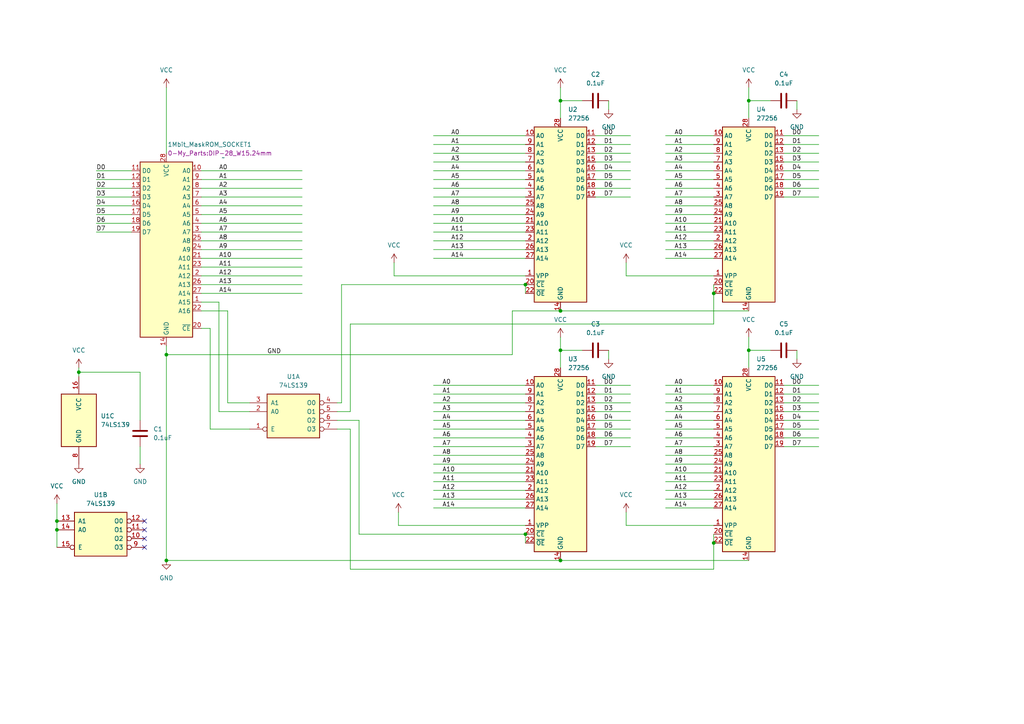
<source format=kicad_sch>
(kicad_sch (version 20230121) (generator eeschema)
  (paper "A4")
  (title_block (title "FS-A1 ROM patch") (rev "1"))
  (lib_symbols
    (symbol "74xx:74LS139" (pin_names (offset 1.016))
      (property "Reference" "U" (at -7.62 8.89 0))
      (property "Value" "74LS139" (at -7.62 -8.89 0))
      (symbol "74LS139_1_0"
        (pin input inverted (at -12.7 -5.08 0) (length 5.08) (name "E") (number "1"))
        (pin input line (at -12.7 0 0) (length 5.08) (name "A0") (number "2"))
        (pin input line (at -12.7 2.54 0) (length 5.08) (name "A1") (number "3"))
        (pin output inverted (at 12.7 2.54 180) (length 5.08) (name "O0") (number "4"))
        (pin output inverted (at 12.7 0 180) (length 5.08) (name "O1") (number "5"))
        (pin output inverted (at 12.7 -2.54 180) (length 5.08) (name "O2") (number "6"))
        (pin output inverted (at 12.7 -5.08 180) (length 5.08) (name "O3") (number "7"))
      )
      (symbol "74LS139_1_1"
        (rectangle (start -7.62 5.08) (end 7.62 -7.62) (stroke (width 0.254)) (fill (type background)))
      )
      (symbol "74LS139_2_0"
        (pin output inverted (at 12.7 -2.54 180) (length 5.08) (name "O2") (number "10"))
        (pin output inverted (at 12.7 0 180) (length 5.08) (name "O1") (number "11"))
        (pin output inverted (at 12.7 2.54 180) (length 5.08) (name "O0") (number "12"))
        (pin input line (at -12.7 2.54 0) (length 5.08) (name "A1") (number "13"))
        (pin input line (at -12.7 0 0) (length 5.08) (name "A0") (number "14"))
        (pin input inverted (at -12.7 -5.08 0) (length 5.08) (name "E") (number "15"))
        (pin output inverted (at 12.7 -5.08 180) (length 5.08) (name "O3") (number "9"))
      )
      (symbol "74LS139_2_1"
        (rectangle (start -7.62 5.08) (end 7.62 -7.62) (stroke (width 0.254)) (fill (type background)))
      )
      (symbol "74LS139_3_0"
        (pin power_in line (at 0 12.7 270) (length 5.08) (name "VCC") (number "16"))
        (pin power_in line (at 0 -12.7 90) (length 5.08) (name "GND") (number "8"))
      )
      (symbol "74LS139_3_1"
        (rectangle (start -5.08 7.62) (end 5.08 -7.62) (stroke (width 0.254)) (fill (type background)))
      )
    )
    (symbol "Device:C" (pin_numbers hide) (pin_names (offset 0.254))
      (property "Reference" "C" (at 0.635 2.54 0))
      (property "Value" "C" (at 0.635 -2.54 0))
      (symbol "C_0_1"
        (polyline (pts (xy -2.032 -0.762) (xy 2.032 -0.762)) (stroke (width 0.508)))
        (polyline (pts (xy -2.032 0.762) (xy 2.032 0.762)) (stroke (width 0.508)))
      )
      (symbol "C_1_1"
        (pin passive line (at 0 3.81 270) (length 2.794) (name "~") (number "1"))
        (pin passive line (at 0 -3.81 90) (length 2.794) (name "~") (number "2"))
      )
    )
    (symbol "Memory_EPROM:27256"
      (property "Reference" "U" (at -7.62 26.67 0))
      (property "Value" "27256" (at 2.54 -26.67 0))
      (symbol "27256_1_1"
        (rectangle (start -7.62 25.4) (end 7.62 -25.4) (stroke (width 0.254)) (fill (type background)))
        (pin input line (at -10.16 -17.78 0) (length 2.54) (name "VPP") (number "1"))
        (pin input line (at -10.16 22.86 0) (length 2.54) (name "A0") (number "10"))
        (pin tri_state line (at 10.16 22.86 180) (length 2.54) (name "D0") (number "11"))
        (pin tri_state line (at 10.16 20.32 180) (length 2.54) (name "D1") (number "12"))
        (pin tri_state line (at 10.16 17.78 180) (length 2.54) (name "D2") (number "13"))
        (pin power_in line (at 0 -27.94 90) (length 2.54) (name "GND") (number "14"))
        (pin tri_state line (at 10.16 15.24 180) (length 2.54) (name "D3") (number "15"))
        (pin tri_state line (at 10.16 12.7 180) (length 2.54) (name "D4") (number "16"))
        (pin tri_state line (at 10.16 10.16 180) (length 2.54) (name "D5") (number "17"))
        (pin tri_state line (at 10.16 7.62 180) (length 2.54) (name "D6") (number "18"))
        (pin tri_state line (at 10.16 5.08 180) (length 2.54) (name "D7") (number "19"))
        (pin input line (at -10.16 -7.62 0) (length 2.54) (name "A12") (number "2"))
        (pin input line (at -10.16 -20.32 0) (length 2.54) (name "~{CE}") (number "20"))
        (pin input line (at -10.16 -2.54 0) (length 2.54) (name "A10") (number "21"))
        (pin input line (at -10.16 -22.86 0) (length 2.54) (name "~{OE}") (number "22"))
        (pin input line (at -10.16 -5.08 0) (length 2.54) (name "A11") (number "23"))
        (pin input line (at -10.16 0 0) (length 2.54) (name "A9") (number "24"))
        (pin input line (at -10.16 2.54 0) (length 2.54) (name "A8") (number "25"))
        (pin input line (at -10.16 -10.16 0) (length 2.54) (name "A13") (number "26"))
        (pin input line (at -10.16 -12.7 0) (length 2.54) (name "A14") (number "27"))
        (pin power_in line (at 0 27.94 270) (length 2.54) (name "VCC") (number "28"))
        (pin input line (at -10.16 5.08 0) (length 2.54) (name "A7") (number "3"))
        (pin input line (at -10.16 7.62 0) (length 2.54) (name "A6") (number "4"))
        (pin input line (at -10.16 10.16 0) (length 2.54) (name "A5") (number "5"))
        (pin input line (at -10.16 12.7 0) (length 2.54) (name "A4") (number "6"))
        (pin input line (at -10.16 15.24 0) (length 2.54) (name "A3") (number "7"))
        (pin input line (at -10.16 17.78 0) (length 2.54) (name "A2") (number "8"))
        (pin input line (at -10.16 20.32 0) (length 2.54) (name "A1") (number "9"))
      )
    )
    (symbol "My_Symbols:MaskROM_1Mbit_socket"
      (property "Reference" "1Mbit_MaskROM_SOCKET" (at 0 0 90))
      (property "Footprint" "0-My_Parts:DIP-28_W15.24mm" (at -16.51 24.13 0))
      (symbol "MaskROM_1Mbit_socket_1_1"
        (rectangle (start -7.62 22.86) (end 7.62 -27.94) (stroke (width 0.254)) (fill (type background)))
        (pin output line (at -10.16 -17.78 0) (length 2.54) (name "A15") (number "1"))
        (pin output line (at -10.16 20.32 0) (length 2.54) (name "A0") (number "10"))
        (pin tri_state line (at 10.16 20.32 180) (length 2.54) (name "D0") (number "11"))
        (pin tri_state line (at 10.16 17.78 180) (length 2.54) (name "D1") (number "12"))
        (pin tri_state line (at 10.16 15.24 180) (length 2.54) (name "D2") (number "13"))
        (pin power_out line (at 0 -30.48 90) (length 2.54) (name "GND") (number "14"))
        (pin tri_state line (at 10.16 12.7 180) (length 2.54) (name "D3") (number "15"))
        (pin tri_state line (at 10.16 10.16 180) (length 2.54) (name "D4") (number "16"))
        (pin tri_state line (at 10.16 7.62 180) (length 2.54) (name "D5") (number "17"))
        (pin tri_state line (at 10.16 5.08 180) (length 2.54) (name "D6") (number "18"))
        (pin tri_state line (at 10.16 2.54 180) (length 2.54) (name "D7") (number "19"))
        (pin output line (at -10.16 -10.16 0) (length 2.54) (name "A12") (number "2"))
        (pin output line (at -10.16 -25.4 0) (length 2.54) (name "~{CE}") (number "20"))
        (pin output line (at -10.16 -5.08 0) (length 2.54) (name "A10") (number "21"))
        (pin output line (at -10.16 -20.32 0) (length 2.54) (name "A16") (number "22"))
        (pin output line (at -10.16 -7.62 0) (length 2.54) (name "A11") (number "23"))
        (pin output line (at -10.16 -2.54 0) (length 2.54) (name "A9") (number "24"))
        (pin output line (at -10.16 0 0) (length 2.54) (name "A8") (number "25"))
        (pin output line (at -10.16 -12.7 0) (length 2.54) (name "A13") (number "26"))
        (pin output line (at -10.16 -15.24 0) (length 2.54) (name "A14") (number "27"))
        (pin power_out line (at 0 25.4 270) (length 2.54) (name "VCC") (number "28"))
        (pin output line (at -10.16 2.54 0) (length 2.54) (name "A7") (number "3"))
        (pin output line (at -10.16 5.08 0) (length 2.54) (name "A6") (number "4"))
        (pin output line (at -10.16 7.62 0) (length 2.54) (name "A5") (number "5"))
        (pin output line (at -10.16 10.16 0) (length 2.54) (name "A4") (number "6"))
        (pin output line (at -10.16 12.7 0) (length 2.54) (name "A3") (number "7"))
        (pin output line (at -10.16 15.24 0) (length 2.54) (name "A2") (number "8"))
        (pin output line (at -10.16 17.78 0) (length 2.54) (name "A1") (number "9"))
      )
    )
    (symbol "power:GND" (power) (pin_names (offset 0))
      (property "Value" "GND" (at 0 -3.81 0))
      (symbol "GND_0_1"
        (polyline (pts (xy 0 0) (xy 0 -1.27) (xy 1.27 -1.27) (xy 0 -2.54) (xy -1.27 -1.27) (xy 0 -1.27)))
      )
      (symbol "GND_1_1"
        (pin power_in line (at 0 0 270) (length 0) hide (name "GND") (number "1"))
      )
    )
    (symbol "power:VCC" (power) (pin_names (offset 0))
      (property "Value" "VCC" (at 0 3.81 0))
      (symbol "VCC_0_1"
        (polyline (pts (xy -0.762 1.27) (xy 0 2.54)))
        (polyline (pts (xy 0 0) (xy 0 2.54)))
        (polyline (pts (xy 0 2.54) (xy 0.762 1.27)))
      )
      (symbol "VCC_1_1"
        (pin power_in line (at 0 0 90) (length 0) hide (name "VCC") (number "1"))
      )
    )
  )
  (junction (at 162.56 162.56))
  (junction (at 162.56 29.21))
  (junction (at 152.4 82.55))
  (junction (at 48.26 162.56))
  (junction (at 162.56 101.6))
  (junction (at 162.56 90.17))
  (junction (at 217.17 29.21))
  (junction (at 22.86 107.95))
  (junction (at 207.01 157.48))
  (junction (at 207.01 85.09))
  (junction (at 16.51 153.67))
  (junction (at 152.4 154.94))
  (junction (at 217.17 101.6))
  (junction (at 16.51 151.13))
  (junction (at 48.26 102.87))
  (no_connect (at 41.91 151.13))
  (no_connect (at 41.91 158.75))
  (no_connect (at 41.91 156.21))
  (no_connect (at 41.91 153.67))
  (wire (pts (xy 193.04 72.39) (xy 207.01 72.39)))
  (wire (pts (xy 125.73 57.15) (xy 152.4 57.15)))
  (wire (pts (xy 237.49 52.07) (xy 227.33 52.07)))
  (wire (pts (xy 97.79 121.92) (xy 104.14 121.92)))
  (wire (pts (xy 58.42 52.07) (xy 87.63 52.07)))
  (wire (pts (xy 58.42 77.47) (xy 87.63 77.47)))
  (wire (pts (xy 125.73 69.85) (xy 152.4 69.85)))
  (wire (pts (xy 58.42 59.69) (xy 87.63 59.69)))
  (wire (pts (xy 237.49 54.61) (xy 227.33 54.61)))
  (wire (pts (xy 40.64 129.54) (xy 40.64 134.62)))
  (wire (pts (xy 27.94 57.15) (xy 38.1 57.15)))
  (wire (pts (xy 193.04 62.23) (xy 207.01 62.23)))
  (wire (pts (xy 182.88 119.38) (xy 172.72 119.38)))
  (wire (pts (xy 125.73 74.93) (xy 152.4 74.93)))
  (wire (pts (xy 125.73 139.7) (xy 152.4 139.7)))
  (wire (pts (xy 101.6 124.46) (xy 101.6 165.1)))
  (wire (pts (xy 193.04 52.07) (xy 207.01 52.07)))
  (wire (pts (xy 193.04 46.99) (xy 207.01 46.99)))
  (wire (pts (xy 27.94 52.07) (xy 38.1 52.07)))
  (wire (pts (xy 27.94 64.77) (xy 38.1 64.77)))
  (wire (pts (xy 176.53 101.6) (xy 176.53 104.14)))
  (wire (pts (xy 193.04 67.31) (xy 207.01 67.31)))
  (wire (pts (xy 182.88 44.45) (xy 172.72 44.45)))
  (wire (pts (xy 162.56 29.21) (xy 162.56 34.29)))
  (wire (pts (xy 207.01 93.98) (xy 207.01 85.09)))
  (wire (pts (xy 237.49 119.38) (xy 227.33 119.38)))
  (wire (pts (xy 237.49 57.15) (xy 227.33 57.15)))
  (wire (pts (xy 125.73 116.84) (xy 152.4 116.84)))
  (wire (pts (xy 193.04 124.46) (xy 207.01 124.46)))
  (wire (pts (xy 193.04 69.85) (xy 207.01 69.85)))
  (wire (pts (xy 125.73 119.38) (xy 152.4 119.38)))
  (wire (pts (xy 58.42 80.01) (xy 87.63 80.01)))
  (wire (pts (xy 125.73 144.78) (xy 152.4 144.78)))
  (wire (pts (xy 193.04 142.24) (xy 207.01 142.24)))
  (wire (pts (xy 152.4 82.55) (xy 152.4 85.09)))
  (wire (pts (xy 193.04 57.15) (xy 207.01 57.15)))
  (wire (pts (xy 193.04 119.38) (xy 207.01 119.38)))
  (wire (pts (xy 162.56 101.6) (xy 168.91 101.6)))
  (wire (pts (xy 148.59 90.17) (xy 162.56 90.17)))
  (wire (pts (xy 60.96 124.46) (xy 72.39 124.46)))
  (wire (pts (xy 58.42 90.17) (xy 66.04 90.17)))
  (wire (pts (xy 193.04 116.84) (xy 207.01 116.84)))
  (wire (pts (xy 115.57 152.4) (xy 152.4 152.4)))
  (wire (pts (xy 182.88 121.92) (xy 172.72 121.92)))
  (wire (pts (xy 152.4 154.94) (xy 152.4 157.48)))
  (wire (pts (xy 48.26 100.33) (xy 48.26 102.87)))
  (wire (pts (xy 227.33 111.76) (xy 237.49 111.76)))
  (wire (pts (xy 237.49 129.54) (xy 227.33 129.54)))
  (wire (pts (xy 66.04 90.17) (xy 66.04 116.84)))
  (wire (pts (xy 99.06 82.55) (xy 152.4 82.55)))
  (wire (pts (xy 48.26 25.4) (xy 48.26 44.45)))
  (wire (pts (xy 125.73 39.37) (xy 152.4 39.37)))
  (wire (pts (xy 162.56 29.21) (xy 168.91 29.21)))
  (wire (pts (xy 125.73 147.32) (xy 152.4 147.32)))
  (wire (pts (xy 22.86 107.95) (xy 22.86 109.22)))
  (wire (pts (xy 207.01 154.94) (xy 207.01 157.48)))
  (wire (pts (xy 125.73 111.76) (xy 152.4 111.76)))
  (wire (pts (xy 237.49 127) (xy 227.33 127)))
  (wire (pts (xy 27.94 62.23) (xy 38.1 62.23)))
  (wire (pts (xy 58.42 82.55) (xy 87.63 82.55)))
  (wire (pts (xy 182.88 57.15) (xy 172.72 57.15)))
  (wire (pts (xy 193.04 111.76) (xy 207.01 111.76)))
  (wire (pts (xy 182.88 49.53) (xy 172.72 49.53)))
  (wire (pts (xy 193.04 147.32) (xy 207.01 147.32)))
  (wire (pts (xy 181.61 76.2) (xy 181.61 80.01)))
  (wire (pts (xy 162.56 97.79) (xy 162.56 101.6)))
  (wire (pts (xy 162.56 101.6) (xy 162.56 106.68)))
  (wire (pts (xy 63.5 87.63) (xy 63.5 119.38)))
  (wire (pts (xy 217.17 97.79) (xy 217.17 101.6)))
  (wire (pts (xy 97.79 119.38) (xy 101.6 119.38)))
  (wire (pts (xy 101.6 93.98) (xy 207.01 93.98)))
  (wire (pts (xy 217.17 29.21) (xy 217.17 34.29)))
  (wire (pts (xy 193.04 127) (xy 207.01 127)))
  (wire (pts (xy 125.73 72.39) (xy 152.4 72.39)))
  (wire (pts (xy 193.04 114.3) (xy 207.01 114.3)))
  (wire (pts (xy 58.42 57.15) (xy 87.63 57.15)))
  (wire (pts (xy 40.64 107.95) (xy 40.64 121.92)))
  (wire (pts (xy 58.42 85.09) (xy 87.63 85.09)))
  (wire (pts (xy 182.88 129.54) (xy 172.72 129.54)))
  (wire (pts (xy 58.42 67.31) (xy 87.63 67.31)))
  (wire (pts (xy 217.17 29.21) (xy 223.52 29.21)))
  (wire (pts (xy 182.88 127) (xy 172.72 127)))
  (wire (pts (xy 58.42 62.23) (xy 87.63 62.23)))
  (wire (pts (xy 104.14 121.92) (xy 104.14 154.94)))
  (wire (pts (xy 125.73 132.08) (xy 152.4 132.08)))
  (wire (pts (xy 182.88 41.91) (xy 172.72 41.91)))
  (wire (pts (xy 182.88 124.46) (xy 172.72 124.46)))
  (wire (pts (xy 162.56 90.17) (xy 217.17 90.17)))
  (wire (pts (xy 207.01 157.48) (xy 207.01 165.1)))
  (wire (pts (xy 125.73 54.61) (xy 152.4 54.61)))
  (wire (pts (xy 99.06 116.84) (xy 97.79 116.84)))
  (wire (pts (xy 193.04 41.91) (xy 207.01 41.91)))
  (wire (pts (xy 193.04 49.53) (xy 207.01 49.53)))
  (wire (pts (xy 58.42 74.93) (xy 87.63 74.93)))
  (wire (pts (xy 193.04 59.69) (xy 207.01 59.69)))
  (wire (pts (xy 101.6 119.38) (xy 101.6 93.98)))
  (wire (pts (xy 125.73 64.77) (xy 152.4 64.77)))
  (wire (pts (xy 22.86 107.95) (xy 40.64 107.95)))
  (wire (pts (xy 125.73 124.46) (xy 152.4 124.46)))
  (wire (pts (xy 101.6 165.1) (xy 207.01 165.1)))
  (wire (pts (xy 182.88 46.99) (xy 172.72 46.99)))
  (wire (pts (xy 237.49 114.3) (xy 227.33 114.3)))
  (wire (pts (xy 193.04 144.78) (xy 207.01 144.78)))
  (wire (pts (xy 162.56 25.4) (xy 162.56 29.21)))
  (wire (pts (xy 125.73 62.23) (xy 152.4 62.23)))
  (wire (pts (xy 115.57 148.59) (xy 115.57 152.4)))
  (wire (pts (xy 217.17 25.4) (xy 217.17 29.21)))
  (wire (pts (xy 193.04 54.61) (xy 207.01 54.61)))
  (wire (pts (xy 182.88 114.3) (xy 172.72 114.3)))
  (wire (pts (xy 125.73 59.69) (xy 152.4 59.69)))
  (wire (pts (xy 58.42 72.39) (xy 87.63 72.39)))
  (wire (pts (xy 27.94 59.69) (xy 38.1 59.69)))
  (wire (pts (xy 193.04 44.45) (xy 207.01 44.45)))
  (wire (pts (xy 193.04 137.16) (xy 207.01 137.16)))
  (wire (pts (xy 58.42 87.63) (xy 63.5 87.63)))
  (wire (pts (xy 125.73 142.24) (xy 152.4 142.24)))
  (wire (pts (xy 162.56 162.56) (xy 217.17 162.56)))
  (wire (pts (xy 125.73 67.31) (xy 152.4 67.31)))
  (wire (pts (xy 176.53 29.21) (xy 176.53 31.75)))
  (wire (pts (xy 60.96 95.25) (xy 60.96 124.46)))
  (wire (pts (xy 182.88 116.84) (xy 172.72 116.84)))
  (wire (pts (xy 237.49 39.37) (xy 227.33 39.37)))
  (wire (pts (xy 217.17 101.6) (xy 217.17 106.68)))
  (wire (pts (xy 125.73 134.62) (xy 152.4 134.62)))
  (wire (pts (xy 27.94 54.61) (xy 38.1 54.61)))
  (wire (pts (xy 22.86 106.68) (xy 22.86 107.95)))
  (wire (pts (xy 237.49 46.99) (xy 227.33 46.99)))
  (wire (pts (xy 193.04 132.08) (xy 207.01 132.08)))
  (wire (pts (xy 193.04 74.93) (xy 207.01 74.93)))
  (wire (pts (xy 99.06 82.55) (xy 99.06 116.84)))
  (wire (pts (xy 148.59 102.87) (xy 148.59 90.17)))
  (wire (pts (xy 193.04 134.62) (xy 207.01 134.62)))
  (wire (pts (xy 125.73 127) (xy 152.4 127)))
  (wire (pts (xy 58.42 54.61) (xy 87.63 54.61)))
  (wire (pts (xy 193.04 129.54) (xy 207.01 129.54)))
  (wire (pts (xy 66.04 116.84) (xy 72.39 116.84)))
  (wire (pts (xy 27.94 49.53) (xy 38.1 49.53)))
  (wire (pts (xy 182.88 39.37) (xy 172.72 39.37)))
  (wire (pts (xy 193.04 39.37) (xy 207.01 39.37)))
  (wire (pts (xy 125.73 49.53) (xy 152.4 49.53)))
  (wire (pts (xy 207.01 82.55) (xy 207.01 85.09)))
  (wire (pts (xy 27.94 67.31) (xy 38.1 67.31)))
  (wire (pts (xy 58.42 64.77) (xy 87.63 64.77)))
  (wire (pts (xy 237.49 41.91) (xy 227.33 41.91)))
  (wire (pts (xy 231.14 29.21) (xy 231.14 31.75)))
  (wire (pts (xy 181.61 148.59) (xy 181.61 152.4)))
  (wire (pts (xy 48.26 162.56) (xy 162.56 162.56)))
  (wire (pts (xy 125.73 137.16) (xy 152.4 137.16)))
  (wire (pts (xy 48.26 102.87) (xy 148.59 102.87)))
  (wire (pts (xy 181.61 80.01) (xy 207.01 80.01)))
  (wire (pts (xy 48.26 102.87) (xy 48.26 162.56)))
  (wire (pts (xy 237.49 116.84) (xy 227.33 116.84)))
  (wire (pts (xy 125.73 41.91) (xy 152.4 41.91)))
  (wire (pts (xy 237.49 121.92) (xy 227.33 121.92)))
  (wire (pts (xy 63.5 119.38) (xy 72.39 119.38)))
  (wire (pts (xy 114.3 80.01) (xy 152.4 80.01)))
  (wire (pts (xy 16.51 146.05) (xy 16.51 151.13)))
  (wire (pts (xy 58.42 49.53) (xy 87.63 49.53)))
  (wire (pts (xy 58.42 69.85) (xy 87.63 69.85)))
  (wire (pts (xy 125.73 52.07) (xy 152.4 52.07)))
  (wire (pts (xy 237.49 124.46) (xy 227.33 124.46)))
  (wire (pts (xy 182.88 54.61) (xy 172.72 54.61)))
  (wire (pts (xy 16.51 151.13) (xy 16.51 153.67)))
  (wire (pts (xy 181.61 152.4) (xy 207.01 152.4)))
  (wire (pts (xy 231.14 101.6) (xy 231.14 104.14)))
  (wire (pts (xy 114.3 76.2) (xy 114.3 80.01)))
  (wire (pts (xy 172.72 111.76) (xy 182.88 111.76)))
  (wire (pts (xy 217.17 101.6) (xy 223.52 101.6)))
  (wire (pts (xy 125.73 121.92) (xy 152.4 121.92)))
  (wire (pts (xy 104.14 154.94) (xy 152.4 154.94)))
  (wire (pts (xy 237.49 49.53) (xy 227.33 49.53)))
  (wire (pts (xy 58.42 95.25) (xy 60.96 95.25)))
  (wire (pts (xy 193.04 64.77) (xy 207.01 64.77)))
  (wire (pts (xy 182.88 52.07) (xy 172.72 52.07)))
  (wire (pts (xy 125.73 46.99) (xy 152.4 46.99)))
  (wire (pts (xy 125.73 114.3) (xy 152.4 114.3)))
  (wire (pts (xy 97.79 124.46) (xy 101.6 124.46)))
  (wire (pts (xy 125.73 44.45) (xy 152.4 44.45)))
  (wire (pts (xy 16.51 153.67) (xy 16.51 158.75)))
  (wire (pts (xy 125.73 129.54) (xy 152.4 129.54)))
  (wire (pts (xy 193.04 121.92) (xy 207.01 121.92)))
  (wire (pts (xy 237.49 44.45) (xy 227.33 44.45)))
  (wire (pts (xy 193.04 139.7) (xy 207.01 139.7)))
  (label "D0" (at 177.8 39.37 180))
  (label "D2" (at 177.8 44.45 180))
  (label "D6" (at 232.41 54.61 180))
  (label "A14" (at 63.5 85.09 0))
  (label "D2" (at 232.41 44.45 180))
  (label "D2" (at 177.8 116.84 180))
  (label "A7" (at 128.27 129.54 0))
  (label "A7" (at 195.58 129.54 0))
  (label "D0" (at 232.41 111.76 180))
  (label "A10" (at 128.27 137.16 0))
  (label "D3" (at 27.94 57.15 0))
  (label "D6" (at 232.41 127 180))
  (label "A0" (at 128.27 111.76 0))
  (label "D5" (at 177.8 124.46 180))
  (label "D5" (at 232.41 52.07 180))
  (label "A12" (at 63.5 80.01 0))
  (label "A3" (at 63.5 57.15 0))
  (label "A5" (at 130.81 52.07 0))
  (label "A3" (at 195.58 46.99 0))
  (label "A11" (at 128.27 139.7 0))
  (label "D2" (at 232.41 116.84 180))
  (label "A4" (at 195.58 121.92 0))
  (label "A5" (at 195.58 124.46 0))
  (label "A3" (at 195.58 119.38 0))
  (label "A0" (at 63.5 49.53 0))
  (label "A5" (at 63.5 62.23 0))
  (label "A4" (at 130.81 49.53 0))
  (label "A6" (at 195.58 127 0))
  (label "D7" (at 232.41 129.54 180))
  (label "A3" (at 128.27 119.38 0))
  (label "D7" (at 27.94 67.31 0))
  (label "A11" (at 195.58 139.7 0))
  (label "A2" (at 195.58 116.84 0))
  (label "A2" (at 130.81 44.45 0))
  (label "A8" (at 130.81 59.69 0))
  (label "D3" (at 177.8 119.38 180))
  (label "D1" (at 177.8 41.91 180))
  (label "D0" (at 27.94 49.53 0))
  (label "GND" (at 77.47 102.87 0))
  (label "A8" (at 63.5 69.85 0))
  (label "A8" (at 128.27 132.08 0))
  (label "A9" (at 130.81 62.23 0))
  (label "A8" (at 195.58 132.08 0))
  (label "A11" (at 195.58 67.31 0))
  (label "A7" (at 130.81 57.15 0))
  (label "A8" (at 195.58 59.69 0))
  (label "A7" (at 63.5 67.31 0))
  (label "A1" (at 128.27 114.3 0))
  (label "A5" (at 195.58 52.07 0))
  (label "A14" (at 130.81 74.93 0))
  (label "A11" (at 63.5 77.47 0))
  (label "A3" (at 130.81 46.99 0))
  (label "A14" (at 195.58 147.32 0))
  (label "A12" (at 195.58 69.85 0))
  (label "A0" (at 130.81 39.37 0))
  (label "A5" (at 128.27 124.46 0))
  (label "A10" (at 130.81 64.77 0))
  (label "D3" (at 232.41 46.99 180))
  (label "A13" (at 195.58 72.39 0))
  (label "D3" (at 232.41 119.38 180))
  (label "A10" (at 195.58 64.77 0))
  (label "A0" (at 195.58 39.37 0))
  (label "A1" (at 195.58 114.3 0))
  (label "A7" (at 195.58 57.15 0))
  (label "D6" (at 177.8 127 180))
  (label "A9" (at 195.58 62.23 0))
  (label "D6" (at 27.94 64.77 0))
  (label "D1" (at 177.8 114.3 180))
  (label "A6" (at 195.58 54.61 0))
  (label "A12" (at 128.27 142.24 0))
  (label "A9" (at 195.58 134.62 0))
  (label "D7" (at 232.41 57.15 180))
  (label "D1" (at 27.94 52.07 0))
  (label "D4" (at 232.41 121.92 180))
  (label "A13" (at 63.5 82.55 0))
  (label "D5" (at 232.41 124.46 180))
  (label "A4" (at 195.58 49.53 0))
  (label "D1" (at 232.41 114.3 180))
  (label "A0" (at 195.58 111.76 0))
  (label "A9" (at 128.27 134.62 0))
  (label "A2" (at 128.27 116.84 0))
  (label "A4" (at 63.5 59.69 0))
  (label "A1" (at 63.5 52.07 0))
  (label "A2" (at 63.5 54.61 0))
  (label "D4" (at 177.8 121.92 180))
  (label "D0" (at 232.41 39.37 180))
  (label "D6" (at 177.8 54.61 180))
  (label "A9" (at 63.5 72.39 0))
  (label "A13" (at 195.58 144.78 0))
  (label "D2" (at 27.94 54.61 0))
  (label "A14" (at 128.27 147.32 0))
  (label "A10" (at 195.58 137.16 0))
  (label "A6" (at 128.27 127 0))
  (label "A13" (at 128.27 144.78 0))
  (label "A2" (at 195.58 44.45 0))
  (label "D1" (at 232.41 41.91 180))
  (label "D4" (at 177.8 49.53 180))
  (label "A6" (at 130.81 54.61 0))
  (label "D4" (at 232.41 49.53 180))
  (label "A12" (at 195.58 142.24 0))
  (label "D4" (at 27.94 59.69 0))
  (label "A1" (at 195.58 41.91 0))
  (label "D3" (at 177.8 46.99 180))
  (label "D7" (at 177.8 129.54 180))
  (label "A6" (at 63.5 64.77 0))
  (label "A11" (at 130.81 67.31 0))
  (label "D5" (at 27.94 62.23 0))
  (label "A14" (at 195.58 74.93 0))
  (label "A4" (at 128.27 121.92 0))
  (label "A13" (at 130.81 72.39 0))
  (label "D5" (at 177.8 52.07 180))
  (label "A10" (at 63.5 74.93 0))
  (label "D7" (at 177.8 57.15 180))
  (label "D0" (at 177.8 111.76 180))
  (label "A1" (at 130.81 41.91 0))
  (label "A12" (at 130.81 69.85 0))
  (symbol (lib_id "Device:C") (at 172.72 29.21 270) (unit 1)
    (property "Reference" "C2" (at 172.72 21.59 90))
    (property "Value" "0.1uF" (at 172.72 24.13 90))
    (property "Footprint" "Capacitor_SMD:C_0603_1608Metric_Pad1.08x0.95mm_HandSolder" (effects hide))
  )
  (symbol (lib_id "power:GND") (at 48.26 162.56 0) (unit 1)
    (property "Reference" "#PWR02" (effects hide))
    (property "Value" "GND" (at 48.26 167.64 0))
  )
  (symbol (lib_id "power:GND") (at 176.53 31.75 0) (unit 1)
    (property "Reference" "#PWR06" (effects hide))
    (property "Value" "GND" (at 176.53 36.83 0))
  )
  (symbol (lib_id "Device:C") (at 227.33 101.6 270) (unit 1)
    (property "Reference" "C5" (at 227.33 93.98 90))
    (property "Value" "0.1uF" (at 227.33 96.52 90))
    (property "Footprint" "Capacitor_SMD:C_0603_1608Metric_Pad1.08x0.95mm_HandSolder" (effects hide))
  )
  (symbol (lib_id "power:GND") (at 176.53 104.14 0) (unit 1)
    (property "Reference" "#PWR07" (effects hide))
    (property "Value" "GND" (at 176.53 109.22 0))
  )
  (symbol (lib_id "74xx:74LS139") (at 22.86 121.92 0) (unit 3)
    (property "Reference" "U1" (at 29.21 120.65 0) (effects (justify left)))
    (property "Value" "74LS139" (at 29.21 123.19 0) (effects (justify left)))
    (property "Footprint" "Package_DIP:DIP-16_W7.62mm" (effects hide))
    (property "Datasheet" "http://www.ti.com/lit/ds/symlink/sn74ls139a.pdf" (effects hide))
  )
  (symbol (lib_id "power:VCC") (at 162.56 97.79 0) (unit 1)
    (property "Reference" "#PWR05" (effects hide))
    (property "Value" "VCC" (at 162.56 92.71 0))
  )
  (symbol (lib_id "power:VCC") (at 22.86 106.68 0) (unit 1)
    (property "Reference" "#PWR015" (effects hide))
    (property "Value" "VCC" (at 22.86 101.6 0))
  )
  (symbol (lib_id "Device:C") (at 227.33 29.21 270) (unit 1)
    (property "Reference" "C4" (at 227.33 21.59 90))
    (property "Value" "0.1uF" (at 227.33 24.13 90))
    (property "Footprint" "Capacitor_SMD:C_0603_1608Metric_Pad1.08x0.95mm_HandSolder" (effects hide))
  )
  (symbol (lib_id "power:VCC") (at 181.61 76.2 0) (unit 1)
    (property "Reference" "#PWR018" (effects hide))
    (property "Value" "VCC" (at 181.61 71.12 0))
  )
  (symbol (lib_id "power:VCC") (at 217.17 97.79 0) (unit 1)
    (property "Reference" "#PWR09" (effects hide))
    (property "Value" "VCC" (at 217.17 92.71 0))
  )
  (symbol (lib_id "Device:C") (at 172.72 101.6 270) (unit 1)
    (property "Reference" "C3" (at 172.72 93.98 90))
    (property "Value" "0.1uF" (at 172.72 96.52 90))
    (property "Footprint" "Capacitor_SMD:C_0603_1608Metric_Pad1.08x0.95mm_HandSolder" (effects hide))
  )
  (symbol (lib_id "power:VCC") (at 114.3 76.2 0) (unit 1)
    (property "Reference" "#PWR017" (effects hide))
    (property "Value" "VCC" (at 114.3 71.12 0))
  )
  (symbol (lib_id "74xx:74LS139") (at 29.21 153.67 0) (unit 2)
    (property "Reference" "U1" (at 29.21 143.51 0))
    (property "Value" "74LS139" (at 29.21 146.05 0))
    (property "Footprint" "Package_DIP:DIP-16_W7.62mm" (effects hide))
    (property "Datasheet" "http://www.ti.com/lit/ds/symlink/sn74ls139a.pdf" (effects hide))
  )
  (symbol (lib_id "My_Symbols:MaskROM_1Mbit_socket") (at 48.26 69.85 0) (mirror y) (unit 1)
    (property "Reference" "1Mbit_MaskROM_SOCKET1" (at 48.6059 41.91 0) (effects (justify right)))
    (property "Value" "~" (at 64.77 45.72 0))
    (property "Footprint" "0-My_Parts:DIP-28_W15.24mm" (at 48.6059 44.45 0) (effects (justify right)))
  )
  (symbol (lib_id "power:VCC") (at 115.57 148.59 0) (unit 1)
    (property "Reference" "#PWR016" (effects hide))
    (property "Value" "VCC" (at 115.57 143.51 0))
  )
  (symbol (lib_id "Memory_EPROM:27256") (at 162.56 134.62 0) (unit 1)
    (property "Reference" "U3" (at 164.7541 104.14 0) (effects (justify left)))
    (property "Value" "27256" (at 164.7541 106.68 0) (effects (justify left)))
    (property "Footprint" "Package_DIP:DIP-28_W15.24mm" (effects hide))
    (property "Datasheet" "http://datasheet.octopart.com/D27256-2-Intel-datasheet-17852618.pdf" (effects hide))
  )
  (symbol (lib_id "power:VCC") (at 217.17 25.4 0) (unit 1)
    (property "Reference" "#PWR08" (effects hide))
    (property "Value" "VCC" (at 217.17 20.32 0))
  )
  (symbol (lib_id "power:GND") (at 22.86 134.62 0) (unit 1)
    (property "Reference" "#PWR013" (effects hide))
    (property "Value" "GND" (at 22.86 139.7 0))
  )
  (symbol (lib_id "power:GND") (at 40.64 134.62 0) (unit 1)
    (property "Reference" "#PWR03" (effects hide))
    (property "Value" "GND" (at 40.64 139.7 0))
  )
  (symbol (lib_id "power:VCC") (at 162.56 25.4 0) (unit 1)
    (property "Reference" "#PWR04" (effects hide))
    (property "Value" "VCC" (at 162.56 20.32 0))
  )
  (symbol (lib_id "Memory_EPROM:27256") (at 217.17 62.23 0) (unit 1)
    (property "Reference" "U4" (at 219.3641 31.75 0) (effects (justify left)))
    (property "Value" "27256" (at 219.3641 34.29 0) (effects (justify left)))
    (property "Footprint" "Package_DIP:DIP-28_W15.24mm" (effects hide))
    (property "Datasheet" "http://datasheet.octopart.com/D27256-2-Intel-datasheet-17852618.pdf" (effects hide))
  )
  (symbol (lib_id "power:GND") (at 231.14 104.14 0) (unit 1)
    (property "Reference" "#PWR011" (effects hide))
    (property "Value" "GND" (at 231.14 109.22 0))
  )
  (symbol (lib_id "power:VCC") (at 48.26 25.4 0) (unit 1)
    (property "Reference" "#PWR01" (effects hide))
    (property "Value" "VCC" (at 48.26 20.32 0))
  )
  (symbol (lib_id "Device:C") (at 40.64 125.73 0) (unit 1)
    (property "Reference" "C1" (at 44.45 124.46 0) (effects (justify left)))
    (property "Value" "0.1uF" (at 44.45 127 0) (effects (justify left)))
    (property "Footprint" "Capacitor_SMD:C_0603_1608Metric_Pad1.08x0.95mm_HandSolder" (effects hide))
  )
  (symbol (lib_id "power:VCC") (at 181.61 148.59 0) (unit 1)
    (property "Reference" "#PWR012" (effects hide))
    (property "Value" "VCC" (at 181.61 143.51 0))
  )
  (symbol (lib_id "Memory_EPROM:27256") (at 217.17 134.62 0) (unit 1)
    (property "Reference" "U5" (at 219.3641 104.14 0) (effects (justify left)))
    (property "Value" "27256" (at 219.3641 106.68 0) (effects (justify left)))
    (property "Footprint" "Package_DIP:DIP-28_W15.24mm" (effects hide))
    (property "Datasheet" "http://datasheet.octopart.com/D27256-2-Intel-datasheet-17852618.pdf" (effects hide))
  )
  (symbol (lib_id "Memory_EPROM:27256") (at 162.56 62.23 0) (unit 1)
    (property "Reference" "U2" (at 164.7541 31.75 0) (effects (justify left)))
    (property "Value" "27256" (at 164.7541 34.29 0) (effects (justify left)))
    (property "Footprint" "Package_DIP:DIP-28_W15.24mm" (effects hide))
    (property "Datasheet" "http://datasheet.octopart.com/D27256-2-Intel-datasheet-17852618.pdf" (effects hide))
  )
  (symbol (lib_id "power:GND") (at 231.14 31.75 0) (unit 1)
    (property "Reference" "#PWR010" (effects hide))
    (property "Value" "GND" (at 231.14 36.83 0))
  )
  (symbol (lib_id "74xx:74LS139") (at 85.09 119.38 0) (unit 1)
    (property "Reference" "U1" (at 85.09 109.22 0))
    (property "Value" "74LS139" (at 85.09 111.76 0))
    (property "Footprint" "Package_DIP:DIP-16_W7.62mm" (effects hide))
    (property "Datasheet" "http://www.ti.com/lit/ds/symlink/sn74ls139a.pdf" (effects hide))
  )
  (symbol (lib_id "power:VCC") (at 16.51 146.05 0) (unit 1)
    (property "Reference" "#PWR014" (effects hide))
    (property "Value" "VCC" (at 16.51 140.97 0))
  )
)
</source>
